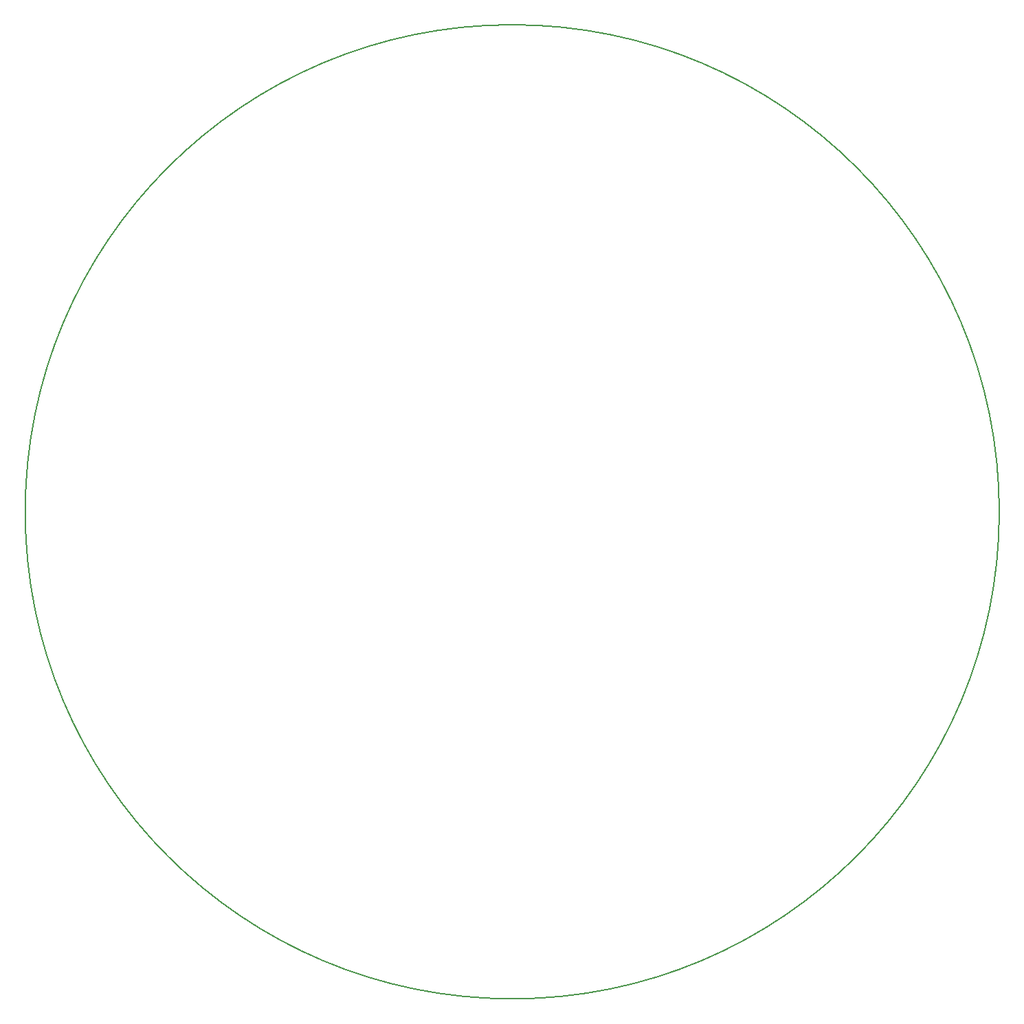
<source format=gbr>
%TF.GenerationSoftware,KiCad,Pcbnew,8.0.4*%
%TF.CreationDate,2024-09-12T05:22:36-05:00*%
%TF.ProjectId,Robt,526f6274-2e6b-4696-9361-645f70636258,rev?*%
%TF.SameCoordinates,Original*%
%TF.FileFunction,Profile,NP*%
%FSLAX46Y46*%
G04 Gerber Fmt 4.6, Leading zero omitted, Abs format (unit mm)*
G04 Created by KiCad (PCBNEW 8.0.4) date 2024-09-12 05:22:36*
%MOMM*%
%LPD*%
G01*
G04 APERTURE LIST*
%TA.AperFunction,Profile*%
%ADD10C,0.200000*%
%TD*%
G04 APERTURE END LIST*
D10*
X233000000Y-90500000D02*
G75*
G02*
X113000000Y-90500000I-60000000J0D01*
G01*
X113000000Y-90500000D02*
G75*
G02*
X233000000Y-90500000I60000000J0D01*
G01*
M02*

</source>
